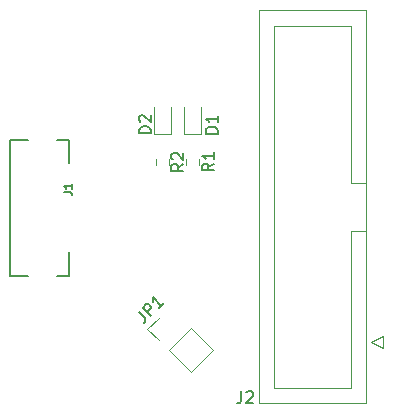
<source format=gbr>
%TF.GenerationSoftware,KiCad,Pcbnew,(5.1.10)-1*%
%TF.CreationDate,2021-06-11T22:20:09-04:00*%
%TF.ProjectId,Adapter,41646170-7465-4722-9e6b-696361645f70,rev?*%
%TF.SameCoordinates,Original*%
%TF.FileFunction,Legend,Top*%
%TF.FilePolarity,Positive*%
%FSLAX46Y46*%
G04 Gerber Fmt 4.6, Leading zero omitted, Abs format (unit mm)*
G04 Created by KiCad (PCBNEW (5.1.10)-1) date 2021-06-11 22:20:09*
%MOMM*%
%LPD*%
G01*
G04 APERTURE LIST*
%ADD10C,0.150000*%
%ADD11C,0.120000*%
G04 APERTURE END LIST*
D10*
%TO.C,J1*%
X134100000Y-106850000D02*
X133100000Y-106850000D01*
X134100000Y-105850000D02*
X134100000Y-106850000D01*
X134100000Y-104850000D02*
X134100000Y-105850000D01*
X134100000Y-95350000D02*
X133100000Y-95350000D01*
X134100000Y-97350000D02*
X134100000Y-95350000D01*
X129100000Y-106850000D02*
X130600000Y-106850000D01*
X129100000Y-95350000D02*
X129100000Y-106850000D01*
X130600000Y-95350000D02*
X129100000Y-95350000D01*
D11*
%TO.C,J2*%
X159260000Y-117680000D02*
X150140000Y-117680000D01*
X150140000Y-117680000D02*
X150140000Y-84400000D01*
X150140000Y-84400000D02*
X159260000Y-84400000D01*
X159260000Y-84400000D02*
X159260000Y-117680000D01*
X159260000Y-103090000D02*
X157950000Y-103090000D01*
X157950000Y-103090000D02*
X157950000Y-116380000D01*
X157950000Y-116380000D02*
X151450000Y-116380000D01*
X151450000Y-116380000D02*
X151450000Y-85700000D01*
X151450000Y-85700000D02*
X157950000Y-85700000D01*
X157950000Y-85700000D02*
X157950000Y-98990000D01*
X157950000Y-98990000D02*
X157950000Y-98990000D01*
X157950000Y-98990000D02*
X159260000Y-98990000D01*
X159650000Y-112470000D02*
X160650000Y-112970000D01*
X160650000Y-112970000D02*
X160650000Y-111970000D01*
X160650000Y-111970000D02*
X159650000Y-112470000D01*
%TO.C,R2*%
X142522500Y-96992742D02*
X142522500Y-97467258D01*
X141477500Y-96992742D02*
X141477500Y-97467258D01*
%TO.C,R1*%
X145062500Y-96992742D02*
X145062500Y-97467258D01*
X144017500Y-96992742D02*
X144017500Y-97467258D01*
%TO.C,JP1*%
X144396051Y-115026955D02*
X146276955Y-113146051D01*
X142557574Y-113188478D02*
X144396051Y-115026955D01*
X144438478Y-111307574D02*
X146276955Y-113146051D01*
X142557574Y-113188478D02*
X144438478Y-111307574D01*
X141659548Y-112290452D02*
X140719096Y-111350000D01*
X140719096Y-111350000D02*
X141659548Y-110409548D01*
%TO.C,D2*%
X141265000Y-92620000D02*
X141265000Y-94905000D01*
X141265000Y-94905000D02*
X142735000Y-94905000D01*
X142735000Y-94905000D02*
X142735000Y-92620000D01*
%TO.C,D1*%
X143805000Y-92620000D02*
X143805000Y-94905000D01*
X143805000Y-94905000D02*
X145275000Y-94905000D01*
X145275000Y-94905000D02*
X145275000Y-92620000D01*
%TO.C,J1*%
D10*
X133616666Y-99783333D02*
X134116666Y-99783333D01*
X134216666Y-99816666D01*
X134283333Y-99883333D01*
X134316666Y-99983333D01*
X134316666Y-100050000D01*
X134316666Y-99083333D02*
X134316666Y-99483333D01*
X134316666Y-99283333D02*
X133616666Y-99283333D01*
X133716666Y-99350000D01*
X133783333Y-99416666D01*
X133816666Y-99483333D01*
%TO.C,J2*%
X148666666Y-116652380D02*
X148666666Y-117366666D01*
X148619047Y-117509523D01*
X148523809Y-117604761D01*
X148380952Y-117652380D01*
X148285714Y-117652380D01*
X149095238Y-116747619D02*
X149142857Y-116700000D01*
X149238095Y-116652380D01*
X149476190Y-116652380D01*
X149571428Y-116700000D01*
X149619047Y-116747619D01*
X149666666Y-116842857D01*
X149666666Y-116938095D01*
X149619047Y-117080952D01*
X149047619Y-117652380D01*
X149666666Y-117652380D01*
%TO.C,R2*%
X143752380Y-97396666D02*
X143276190Y-97730000D01*
X143752380Y-97968095D02*
X142752380Y-97968095D01*
X142752380Y-97587142D01*
X142800000Y-97491904D01*
X142847619Y-97444285D01*
X142942857Y-97396666D01*
X143085714Y-97396666D01*
X143180952Y-97444285D01*
X143228571Y-97491904D01*
X143276190Y-97587142D01*
X143276190Y-97968095D01*
X142847619Y-97015714D02*
X142800000Y-96968095D01*
X142752380Y-96872857D01*
X142752380Y-96634761D01*
X142800000Y-96539523D01*
X142847619Y-96491904D01*
X142942857Y-96444285D01*
X143038095Y-96444285D01*
X143180952Y-96491904D01*
X143752380Y-97063333D01*
X143752380Y-96444285D01*
%TO.C,R1*%
X146352380Y-97366666D02*
X145876190Y-97700000D01*
X146352380Y-97938095D02*
X145352380Y-97938095D01*
X145352380Y-97557142D01*
X145400000Y-97461904D01*
X145447619Y-97414285D01*
X145542857Y-97366666D01*
X145685714Y-97366666D01*
X145780952Y-97414285D01*
X145828571Y-97461904D01*
X145876190Y-97557142D01*
X145876190Y-97938095D01*
X146352380Y-96414285D02*
X146352380Y-96985714D01*
X146352380Y-96700000D02*
X145352380Y-96700000D01*
X145495238Y-96795238D01*
X145590476Y-96890476D01*
X145638095Y-96985714D01*
%TO.C,JP1*%
X139975960Y-109904471D02*
X140481036Y-110409547D01*
X140548379Y-110544234D01*
X140548379Y-110678921D01*
X140481036Y-110813608D01*
X140413692Y-110880952D01*
X141019784Y-110274860D02*
X140312677Y-109567753D01*
X140582051Y-109298379D01*
X140683066Y-109264708D01*
X140750410Y-109264708D01*
X140851425Y-109298379D01*
X140952441Y-109399395D01*
X140986112Y-109500410D01*
X140986112Y-109567753D01*
X140952441Y-109668769D01*
X140683066Y-109938143D01*
X142097280Y-109197364D02*
X141693219Y-109601425D01*
X141895250Y-109399395D02*
X141188143Y-108692288D01*
X141221815Y-108860647D01*
X141221815Y-108995334D01*
X141188143Y-109096349D01*
%TO.C,D2*%
X141002380Y-94788095D02*
X140002380Y-94788095D01*
X140002380Y-94550000D01*
X140050000Y-94407142D01*
X140145238Y-94311904D01*
X140240476Y-94264285D01*
X140430952Y-94216666D01*
X140573809Y-94216666D01*
X140764285Y-94264285D01*
X140859523Y-94311904D01*
X140954761Y-94407142D01*
X141002380Y-94550000D01*
X141002380Y-94788095D01*
X140097619Y-93835714D02*
X140050000Y-93788095D01*
X140002380Y-93692857D01*
X140002380Y-93454761D01*
X140050000Y-93359523D01*
X140097619Y-93311904D01*
X140192857Y-93264285D01*
X140288095Y-93264285D01*
X140430952Y-93311904D01*
X141002380Y-93883333D01*
X141002380Y-93264285D01*
%TO.C,D1*%
X146652380Y-94838095D02*
X145652380Y-94838095D01*
X145652380Y-94600000D01*
X145700000Y-94457142D01*
X145795238Y-94361904D01*
X145890476Y-94314285D01*
X146080952Y-94266666D01*
X146223809Y-94266666D01*
X146414285Y-94314285D01*
X146509523Y-94361904D01*
X146604761Y-94457142D01*
X146652380Y-94600000D01*
X146652380Y-94838095D01*
X146652380Y-93314285D02*
X146652380Y-93885714D01*
X146652380Y-93600000D02*
X145652380Y-93600000D01*
X145795238Y-93695238D01*
X145890476Y-93790476D01*
X145938095Y-93885714D01*
%TD*%
M02*

</source>
